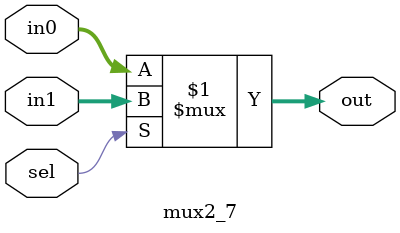
<source format=v>
module mux2_7 #(parameter WIDTH=32)
    (
    input sel,
    input [WIDTH-1:0] in0, in1,
    output [WIDTH-1:0] out
    );
assign out = sel ? in1 : in0 ;
endmodule
</source>
